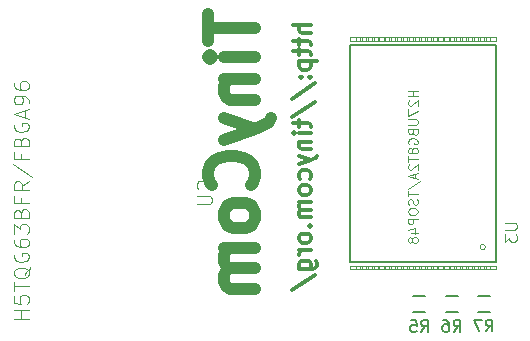
<source format=gbr>
G04 #@! TF.FileFunction,Legend,Bot*
%FSLAX46Y46*%
G04 Gerber Fmt 4.6, Leading zero omitted, Abs format (unit mm)*
G04 Created by KiCad (PCBNEW 4.0.0-rc1-stable) date Sun 22 Nov 2015 09:54:25 PM ICT*
%MOMM*%
G01*
G04 APERTURE LIST*
%ADD10C,0.100000*%
%ADD11C,0.300000*%
%ADD12C,1.000000*%
%ADD13C,0.066040*%
%ADD14C,0.203200*%
%ADD15C,0.002540*%
%ADD16C,0.150000*%
%ADD17C,0.088900*%
G04 APERTURE END LIST*
D10*
D11*
X108946071Y-130116856D02*
X107446071Y-130116856D01*
X108946071Y-130759713D02*
X108160357Y-130759713D01*
X108017500Y-130688284D01*
X107946071Y-130545427D01*
X107946071Y-130331142D01*
X108017500Y-130188284D01*
X108088929Y-130116856D01*
X107946071Y-131259713D02*
X107946071Y-131831142D01*
X107446071Y-131473999D02*
X108731786Y-131473999D01*
X108874643Y-131545427D01*
X108946071Y-131688285D01*
X108946071Y-131831142D01*
X107946071Y-132116856D02*
X107946071Y-132688285D01*
X107446071Y-132331142D02*
X108731786Y-132331142D01*
X108874643Y-132402570D01*
X108946071Y-132545428D01*
X108946071Y-132688285D01*
X107946071Y-133188285D02*
X109446071Y-133188285D01*
X108017500Y-133188285D02*
X107946071Y-133331142D01*
X107946071Y-133616856D01*
X108017500Y-133759713D01*
X108088929Y-133831142D01*
X108231786Y-133902571D01*
X108660357Y-133902571D01*
X108803214Y-133831142D01*
X108874643Y-133759713D01*
X108946071Y-133616856D01*
X108946071Y-133331142D01*
X108874643Y-133188285D01*
X108803214Y-134545428D02*
X108874643Y-134616856D01*
X108946071Y-134545428D01*
X108874643Y-134473999D01*
X108803214Y-134545428D01*
X108946071Y-134545428D01*
X108017500Y-134545428D02*
X108088929Y-134616856D01*
X108160357Y-134545428D01*
X108088929Y-134473999D01*
X108017500Y-134545428D01*
X108160357Y-134545428D01*
X107374643Y-136331142D02*
X109303214Y-135045428D01*
X107374643Y-137902571D02*
X109303214Y-136616857D01*
X107946071Y-138188286D02*
X107946071Y-138759715D01*
X107446071Y-138402572D02*
X108731786Y-138402572D01*
X108874643Y-138474000D01*
X108946071Y-138616858D01*
X108946071Y-138759715D01*
X108946071Y-139259715D02*
X107946071Y-139259715D01*
X107446071Y-139259715D02*
X107517500Y-139188286D01*
X107588929Y-139259715D01*
X107517500Y-139331143D01*
X107446071Y-139259715D01*
X107588929Y-139259715D01*
X107946071Y-139974001D02*
X108946071Y-139974001D01*
X108088929Y-139974001D02*
X108017500Y-140045429D01*
X107946071Y-140188287D01*
X107946071Y-140402572D01*
X108017500Y-140545429D01*
X108160357Y-140616858D01*
X108946071Y-140616858D01*
X107946071Y-141188287D02*
X108946071Y-141545430D01*
X107946071Y-141902572D02*
X108946071Y-141545430D01*
X109303214Y-141402572D01*
X109374643Y-141331144D01*
X109446071Y-141188287D01*
X108874643Y-143116858D02*
X108946071Y-142974001D01*
X108946071Y-142688287D01*
X108874643Y-142545429D01*
X108803214Y-142474001D01*
X108660357Y-142402572D01*
X108231786Y-142402572D01*
X108088929Y-142474001D01*
X108017500Y-142545429D01*
X107946071Y-142688287D01*
X107946071Y-142974001D01*
X108017500Y-143116858D01*
X108946071Y-143974001D02*
X108874643Y-143831143D01*
X108803214Y-143759715D01*
X108660357Y-143688286D01*
X108231786Y-143688286D01*
X108088929Y-143759715D01*
X108017500Y-143831143D01*
X107946071Y-143974001D01*
X107946071Y-144188286D01*
X108017500Y-144331143D01*
X108088929Y-144402572D01*
X108231786Y-144474001D01*
X108660357Y-144474001D01*
X108803214Y-144402572D01*
X108874643Y-144331143D01*
X108946071Y-144188286D01*
X108946071Y-143974001D01*
X108946071Y-145116858D02*
X107946071Y-145116858D01*
X108088929Y-145116858D02*
X108017500Y-145188286D01*
X107946071Y-145331144D01*
X107946071Y-145545429D01*
X108017500Y-145688286D01*
X108160357Y-145759715D01*
X108946071Y-145759715D01*
X108160357Y-145759715D02*
X108017500Y-145831144D01*
X107946071Y-145974001D01*
X107946071Y-146188286D01*
X108017500Y-146331144D01*
X108160357Y-146402572D01*
X108946071Y-146402572D01*
X108803214Y-147116858D02*
X108874643Y-147188286D01*
X108946071Y-147116858D01*
X108874643Y-147045429D01*
X108803214Y-147116858D01*
X108946071Y-147116858D01*
X108946071Y-148045430D02*
X108874643Y-147902572D01*
X108803214Y-147831144D01*
X108660357Y-147759715D01*
X108231786Y-147759715D01*
X108088929Y-147831144D01*
X108017500Y-147902572D01*
X107946071Y-148045430D01*
X107946071Y-148259715D01*
X108017500Y-148402572D01*
X108088929Y-148474001D01*
X108231786Y-148545430D01*
X108660357Y-148545430D01*
X108803214Y-148474001D01*
X108874643Y-148402572D01*
X108946071Y-148259715D01*
X108946071Y-148045430D01*
X108946071Y-149188287D02*
X107946071Y-149188287D01*
X108231786Y-149188287D02*
X108088929Y-149259715D01*
X108017500Y-149331144D01*
X107946071Y-149474001D01*
X107946071Y-149616858D01*
X107946071Y-150759715D02*
X109160357Y-150759715D01*
X109303214Y-150688286D01*
X109374643Y-150616858D01*
X109446071Y-150474001D01*
X109446071Y-150259715D01*
X109374643Y-150116858D01*
X108874643Y-150759715D02*
X108946071Y-150616858D01*
X108946071Y-150331144D01*
X108874643Y-150188286D01*
X108803214Y-150116858D01*
X108660357Y-150045429D01*
X108231786Y-150045429D01*
X108088929Y-150116858D01*
X108017500Y-150188286D01*
X107946071Y-150331144D01*
X107946071Y-150616858D01*
X108017500Y-150759715D01*
X107374643Y-152545429D02*
X109303214Y-151259715D01*
D12*
X100235024Y-129192238D02*
X100235024Y-131477953D01*
X104235024Y-130335096D02*
X100235024Y-130335096D01*
X104235024Y-132811286D02*
X101568357Y-132811286D01*
X100235024Y-132811286D02*
X100425500Y-132620810D01*
X100615976Y-132811286D01*
X100425500Y-133001762D01*
X100235024Y-132811286D01*
X100615976Y-132811286D01*
X101568357Y-134716048D02*
X104235024Y-134716048D01*
X101949310Y-134716048D02*
X101758833Y-134906524D01*
X101568357Y-135287477D01*
X101568357Y-135858905D01*
X101758833Y-136239857D01*
X102139786Y-136430334D01*
X104235024Y-136430334D01*
X101568357Y-137954144D02*
X104235024Y-138906525D01*
X101568357Y-139858905D02*
X104235024Y-138906525D01*
X105187405Y-138525572D01*
X105377881Y-138335096D01*
X105568357Y-137954144D01*
X103854071Y-143668429D02*
X104044548Y-143477953D01*
X104235024Y-142906524D01*
X104235024Y-142525572D01*
X104044548Y-141954144D01*
X103663595Y-141573191D01*
X103282643Y-141382715D01*
X102520738Y-141192239D01*
X101949310Y-141192239D01*
X101187405Y-141382715D01*
X100806452Y-141573191D01*
X100425500Y-141954144D01*
X100235024Y-142525572D01*
X100235024Y-142906524D01*
X100425500Y-143477953D01*
X100615976Y-143668429D01*
X104235024Y-145954144D02*
X104044548Y-145573191D01*
X103854071Y-145382715D01*
X103473119Y-145192239D01*
X102330262Y-145192239D01*
X101949310Y-145382715D01*
X101758833Y-145573191D01*
X101568357Y-145954144D01*
X101568357Y-146525572D01*
X101758833Y-146906524D01*
X101949310Y-147097001D01*
X102330262Y-147287477D01*
X103473119Y-147287477D01*
X103854071Y-147097001D01*
X104044548Y-146906524D01*
X104235024Y-146525572D01*
X104235024Y-145954144D01*
X104235024Y-149001763D02*
X101568357Y-149001763D01*
X101949310Y-149001763D02*
X101758833Y-149192239D01*
X101568357Y-149573192D01*
X101568357Y-150144620D01*
X101758833Y-150525572D01*
X102139786Y-150716049D01*
X104235024Y-150716049D01*
X102139786Y-150716049D02*
X101758833Y-150906525D01*
X101568357Y-151287477D01*
X101568357Y-151858906D01*
X101758833Y-152239858D01*
X102139786Y-152430334D01*
X104235024Y-152430334D01*
D13*
X124602740Y-150794720D02*
X123751840Y-150794720D01*
X123751840Y-150794720D02*
X123751840Y-150495000D01*
X124602740Y-150495000D02*
X123751840Y-150495000D01*
X124602740Y-150794720D02*
X124602740Y-150495000D01*
X124102360Y-150794720D02*
X123251460Y-150794720D01*
X123251460Y-150794720D02*
X123251460Y-150495000D01*
X124102360Y-150495000D02*
X123251460Y-150495000D01*
X124102360Y-150794720D02*
X124102360Y-150495000D01*
X123601980Y-150794720D02*
X122751080Y-150794720D01*
X122751080Y-150794720D02*
X122751080Y-150495000D01*
X123601980Y-150495000D02*
X122751080Y-150495000D01*
X123601980Y-150794720D02*
X123601980Y-150495000D01*
X123101600Y-150794720D02*
X122250700Y-150794720D01*
X122250700Y-150794720D02*
X122250700Y-150495000D01*
X123101600Y-150495000D02*
X122250700Y-150495000D01*
X123101600Y-150794720D02*
X123101600Y-150495000D01*
X122601220Y-150794720D02*
X121752860Y-150794720D01*
X121752860Y-150794720D02*
X121752860Y-150495000D01*
X122601220Y-150495000D02*
X121752860Y-150495000D01*
X122601220Y-150794720D02*
X122601220Y-150495000D01*
X122100840Y-150794720D02*
X121252480Y-150794720D01*
X121252480Y-150794720D02*
X121252480Y-150495000D01*
X122100840Y-150495000D02*
X121252480Y-150495000D01*
X122100840Y-150794720D02*
X122100840Y-150495000D01*
X121603000Y-150794720D02*
X120752100Y-150794720D01*
X120752100Y-150794720D02*
X120752100Y-150495000D01*
X121603000Y-150495000D02*
X120752100Y-150495000D01*
X121603000Y-150794720D02*
X121603000Y-150495000D01*
X121102620Y-150794720D02*
X120251720Y-150794720D01*
X120251720Y-150794720D02*
X120251720Y-150495000D01*
X121102620Y-150495000D02*
X120251720Y-150495000D01*
X121102620Y-150794720D02*
X121102620Y-150495000D01*
X120602240Y-150794720D02*
X119751340Y-150794720D01*
X119751340Y-150794720D02*
X119751340Y-150495000D01*
X120602240Y-150495000D02*
X119751340Y-150495000D01*
X120602240Y-150794720D02*
X120602240Y-150495000D01*
X120101860Y-150794720D02*
X119250960Y-150794720D01*
X119250960Y-150794720D02*
X119250960Y-150495000D01*
X120101860Y-150495000D02*
X119250960Y-150495000D01*
X120101860Y-150794720D02*
X120101860Y-150495000D01*
X119601480Y-150794720D02*
X118750580Y-150794720D01*
X118750580Y-150794720D02*
X118750580Y-150495000D01*
X119601480Y-150495000D02*
X118750580Y-150495000D01*
X119601480Y-150794720D02*
X119601480Y-150495000D01*
X119101100Y-150794720D02*
X118255280Y-150794720D01*
X118255280Y-150794720D02*
X118255280Y-150495000D01*
X119101100Y-150495000D02*
X118255280Y-150495000D01*
X119101100Y-150794720D02*
X119101100Y-150495000D01*
X118600720Y-150794720D02*
X117754900Y-150794720D01*
X117754900Y-150794720D02*
X117754900Y-150495000D01*
X118600720Y-150495000D02*
X117754900Y-150495000D01*
X118600720Y-150794720D02*
X118600720Y-150495000D01*
X118105420Y-150794720D02*
X117254520Y-150794720D01*
X117254520Y-150794720D02*
X117254520Y-150495000D01*
X118105420Y-150495000D02*
X117254520Y-150495000D01*
X118105420Y-150794720D02*
X118105420Y-150495000D01*
X117605040Y-150794720D02*
X116754140Y-150794720D01*
X116754140Y-150794720D02*
X116754140Y-150495000D01*
X117605040Y-150495000D02*
X116754140Y-150495000D01*
X117605040Y-150794720D02*
X117605040Y-150495000D01*
X117104660Y-150794720D02*
X116253760Y-150794720D01*
X116253760Y-150794720D02*
X116253760Y-150495000D01*
X117104660Y-150495000D02*
X116253760Y-150495000D01*
X117104660Y-150794720D02*
X117104660Y-150495000D01*
X116604280Y-150794720D02*
X115753380Y-150794720D01*
X115753380Y-150794720D02*
X115753380Y-150495000D01*
X116604280Y-150495000D02*
X115753380Y-150495000D01*
X116604280Y-150794720D02*
X116604280Y-150495000D01*
X116103900Y-150794720D02*
X115253000Y-150794720D01*
X115253000Y-150794720D02*
X115253000Y-150495000D01*
X116103900Y-150495000D02*
X115253000Y-150495000D01*
X116103900Y-150794720D02*
X116103900Y-150495000D01*
X115603520Y-150794720D02*
X114755160Y-150794720D01*
X114755160Y-150794720D02*
X114755160Y-150495000D01*
X115603520Y-150495000D02*
X114755160Y-150495000D01*
X115603520Y-150794720D02*
X115603520Y-150495000D01*
X115103140Y-150794720D02*
X114254780Y-150794720D01*
X114254780Y-150794720D02*
X114254780Y-150495000D01*
X115103140Y-150495000D02*
X114254780Y-150495000D01*
X115103140Y-150794720D02*
X115103140Y-150495000D01*
X114605300Y-150794720D02*
X113754400Y-150794720D01*
X113754400Y-150794720D02*
X113754400Y-150495000D01*
X114605300Y-150495000D02*
X113754400Y-150495000D01*
X114605300Y-150794720D02*
X114605300Y-150495000D01*
X114104920Y-150794720D02*
X113254020Y-150794720D01*
X113254020Y-150794720D02*
X113254020Y-150495000D01*
X114104920Y-150495000D02*
X113254020Y-150495000D01*
X114104920Y-150794720D02*
X114104920Y-150495000D01*
X113604540Y-150794720D02*
X112753640Y-150794720D01*
X112753640Y-150794720D02*
X112753640Y-150495000D01*
X113604540Y-150495000D02*
X112753640Y-150495000D01*
X113604540Y-150794720D02*
X113604540Y-150495000D01*
X113104160Y-150794720D02*
X112253260Y-150794720D01*
X112253260Y-150794720D02*
X112253260Y-150495000D01*
X113104160Y-150495000D02*
X112253260Y-150495000D01*
X113104160Y-150794720D02*
X113104160Y-150495000D01*
X113104160Y-131445000D02*
X112253260Y-131445000D01*
X112253260Y-131445000D02*
X112253260Y-131145280D01*
X113104160Y-131145280D02*
X112253260Y-131145280D01*
X113104160Y-131445000D02*
X113104160Y-131145280D01*
X113604540Y-131445000D02*
X112753640Y-131445000D01*
X112753640Y-131445000D02*
X112753640Y-131145280D01*
X113604540Y-131145280D02*
X112753640Y-131145280D01*
X113604540Y-131445000D02*
X113604540Y-131145280D01*
X114104920Y-131445000D02*
X113254020Y-131445000D01*
X113254020Y-131445000D02*
X113254020Y-131145280D01*
X114104920Y-131145280D02*
X113254020Y-131145280D01*
X114104920Y-131445000D02*
X114104920Y-131145280D01*
X114605300Y-131445000D02*
X113754400Y-131445000D01*
X113754400Y-131445000D02*
X113754400Y-131145280D01*
X114605300Y-131145280D02*
X113754400Y-131145280D01*
X114605300Y-131445000D02*
X114605300Y-131145280D01*
X115103140Y-131445000D02*
X114254780Y-131445000D01*
X114254780Y-131445000D02*
X114254780Y-131145280D01*
X115103140Y-131145280D02*
X114254780Y-131145280D01*
X115103140Y-131445000D02*
X115103140Y-131145280D01*
X115603520Y-131445000D02*
X114755160Y-131445000D01*
X114755160Y-131445000D02*
X114755160Y-131145280D01*
X115603520Y-131145280D02*
X114755160Y-131145280D01*
X115603520Y-131445000D02*
X115603520Y-131145280D01*
X116103900Y-131445000D02*
X115253000Y-131445000D01*
X115253000Y-131445000D02*
X115253000Y-131145280D01*
X116103900Y-131145280D02*
X115253000Y-131145280D01*
X116103900Y-131445000D02*
X116103900Y-131145280D01*
X116604280Y-131445000D02*
X115753380Y-131445000D01*
X115753380Y-131445000D02*
X115753380Y-131145280D01*
X116604280Y-131145280D02*
X115753380Y-131145280D01*
X116604280Y-131445000D02*
X116604280Y-131145280D01*
X117104660Y-131445000D02*
X116253760Y-131445000D01*
X116253760Y-131445000D02*
X116253760Y-131145280D01*
X117104660Y-131145280D02*
X116253760Y-131145280D01*
X117104660Y-131445000D02*
X117104660Y-131145280D01*
X117605040Y-131445000D02*
X116754140Y-131445000D01*
X116754140Y-131445000D02*
X116754140Y-131145280D01*
X117605040Y-131145280D02*
X116754140Y-131145280D01*
X117605040Y-131445000D02*
X117605040Y-131145280D01*
X118105420Y-131445000D02*
X117254520Y-131445000D01*
X117254520Y-131445000D02*
X117254520Y-131145280D01*
X118105420Y-131145280D02*
X117254520Y-131145280D01*
X118105420Y-131445000D02*
X118105420Y-131145280D01*
X118600720Y-131445000D02*
X117754900Y-131445000D01*
X117754900Y-131445000D02*
X117754900Y-131145280D01*
X118600720Y-131145280D02*
X117754900Y-131145280D01*
X118600720Y-131445000D02*
X118600720Y-131145280D01*
X119101100Y-131445000D02*
X118255280Y-131445000D01*
X118255280Y-131445000D02*
X118255280Y-131145280D01*
X119101100Y-131145280D02*
X118255280Y-131145280D01*
X119101100Y-131445000D02*
X119101100Y-131145280D01*
X119601480Y-131445000D02*
X118750580Y-131445000D01*
X118750580Y-131445000D02*
X118750580Y-131145280D01*
X119601480Y-131145280D02*
X118750580Y-131145280D01*
X119601480Y-131445000D02*
X119601480Y-131145280D01*
X120101860Y-131445000D02*
X119250960Y-131445000D01*
X119250960Y-131445000D02*
X119250960Y-131145280D01*
X120101860Y-131145280D02*
X119250960Y-131145280D01*
X120101860Y-131445000D02*
X120101860Y-131145280D01*
X120602240Y-131445000D02*
X119751340Y-131445000D01*
X119751340Y-131445000D02*
X119751340Y-131145280D01*
X120602240Y-131145280D02*
X119751340Y-131145280D01*
X120602240Y-131445000D02*
X120602240Y-131145280D01*
X121102620Y-131445000D02*
X120251720Y-131445000D01*
X120251720Y-131445000D02*
X120251720Y-131145280D01*
X121102620Y-131145280D02*
X120251720Y-131145280D01*
X121102620Y-131445000D02*
X121102620Y-131145280D01*
X121603000Y-131445000D02*
X120752100Y-131445000D01*
X120752100Y-131445000D02*
X120752100Y-131145280D01*
X121603000Y-131145280D02*
X120752100Y-131145280D01*
X121603000Y-131445000D02*
X121603000Y-131145280D01*
X122100840Y-131445000D02*
X121252480Y-131445000D01*
X121252480Y-131445000D02*
X121252480Y-131145280D01*
X122100840Y-131145280D02*
X121252480Y-131145280D01*
X122100840Y-131445000D02*
X122100840Y-131145280D01*
X122601220Y-131445000D02*
X121752860Y-131445000D01*
X121752860Y-131445000D02*
X121752860Y-131145280D01*
X122601220Y-131145280D02*
X121752860Y-131145280D01*
X122601220Y-131445000D02*
X122601220Y-131145280D01*
X123101600Y-131445000D02*
X122250700Y-131445000D01*
X122250700Y-131445000D02*
X122250700Y-131145280D01*
X123101600Y-131145280D02*
X122250700Y-131145280D01*
X123101600Y-131445000D02*
X123101600Y-131145280D01*
X123601980Y-131445000D02*
X122751080Y-131445000D01*
X122751080Y-131445000D02*
X122751080Y-131145280D01*
X123601980Y-131145280D02*
X122751080Y-131145280D01*
X123601980Y-131445000D02*
X123601980Y-131145280D01*
X124102360Y-131445000D02*
X123251460Y-131445000D01*
X123251460Y-131445000D02*
X123251460Y-131145280D01*
X124102360Y-131145280D02*
X123251460Y-131145280D01*
X124102360Y-131445000D02*
X124102360Y-131145280D01*
X124602740Y-131445000D02*
X123751840Y-131445000D01*
X123751840Y-131445000D02*
X123751840Y-131145280D01*
X124602740Y-131145280D02*
X123751840Y-131145280D01*
X124602740Y-131445000D02*
X124602740Y-131145280D01*
D14*
X112235480Y-131775200D02*
X112235480Y-150164800D01*
X112235480Y-150164800D02*
X124620520Y-150164800D01*
X124620520Y-150164800D02*
X124620520Y-131775200D01*
X124620520Y-131775200D02*
X112235480Y-131775200D01*
D15*
X123730710Y-148907500D02*
G75*
G03X123730710Y-148907500I-222710J0D01*
G01*
D16*
X118623000Y-153071000D02*
X117623000Y-153071000D01*
X117623000Y-154421000D02*
X118623000Y-154421000D01*
X121366000Y-153046000D02*
X120366000Y-153046000D01*
X120366000Y-154396000D02*
X121366000Y-154396000D01*
X124084000Y-153020000D02*
X123084000Y-153020000D01*
X123084000Y-154370000D02*
X124084000Y-154370000D01*
D17*
X125364619Y-146863405D02*
X126187095Y-146863405D01*
X126283857Y-146911786D01*
X126332238Y-146960167D01*
X126380619Y-147056929D01*
X126380619Y-147250452D01*
X126332238Y-147347214D01*
X126283857Y-147395595D01*
X126187095Y-147443976D01*
X125364619Y-147443976D01*
X125364619Y-147831024D02*
X125364619Y-148459976D01*
X125751667Y-148121310D01*
X125751667Y-148266452D01*
X125800048Y-148363214D01*
X125848429Y-148411595D01*
X125945190Y-148459976D01*
X126187095Y-148459976D01*
X126283857Y-148411595D01*
X126332238Y-148363214D01*
X126380619Y-148266452D01*
X126380619Y-147976167D01*
X126332238Y-147879405D01*
X126283857Y-147831024D01*
X117995595Y-135681963D02*
X117182795Y-135681963D01*
X117569843Y-135681963D02*
X117569843Y-136146420D01*
X117995595Y-136146420D02*
X117182795Y-136146420D01*
X117260205Y-136494763D02*
X117221500Y-136533468D01*
X117182795Y-136610877D01*
X117182795Y-136804401D01*
X117221500Y-136881811D01*
X117260205Y-136920515D01*
X117337614Y-136959220D01*
X117415024Y-136959220D01*
X117531138Y-136920515D01*
X117995595Y-136456058D01*
X117995595Y-136959220D01*
X117182795Y-137230153D02*
X117182795Y-137772020D01*
X117995595Y-137423677D01*
X117182795Y-138081658D02*
X117840776Y-138081658D01*
X117918186Y-138120363D01*
X117956890Y-138159067D01*
X117995595Y-138236477D01*
X117995595Y-138391296D01*
X117956890Y-138468705D01*
X117918186Y-138507410D01*
X117840776Y-138546115D01*
X117182795Y-138546115D01*
X117569843Y-139204096D02*
X117608548Y-139320210D01*
X117647252Y-139358915D01*
X117724662Y-139397620D01*
X117840776Y-139397620D01*
X117918186Y-139358915D01*
X117956890Y-139320210D01*
X117995595Y-139242801D01*
X117995595Y-138933163D01*
X117182795Y-138933163D01*
X117182795Y-139204096D01*
X117221500Y-139281506D01*
X117260205Y-139320210D01*
X117337614Y-139358915D01*
X117415024Y-139358915D01*
X117492433Y-139320210D01*
X117531138Y-139281506D01*
X117569843Y-139204096D01*
X117569843Y-138933163D01*
X117221500Y-140171715D02*
X117182795Y-140094306D01*
X117182795Y-139978191D01*
X117221500Y-139862077D01*
X117298910Y-139784668D01*
X117376319Y-139745963D01*
X117531138Y-139707258D01*
X117647252Y-139707258D01*
X117802071Y-139745963D01*
X117879481Y-139784668D01*
X117956890Y-139862077D01*
X117995595Y-139978191D01*
X117995595Y-140055601D01*
X117956890Y-140171715D01*
X117918186Y-140210420D01*
X117647252Y-140210420D01*
X117647252Y-140055601D01*
X117531138Y-140674877D02*
X117492433Y-140597468D01*
X117453729Y-140558763D01*
X117376319Y-140520058D01*
X117337614Y-140520058D01*
X117260205Y-140558763D01*
X117221500Y-140597468D01*
X117182795Y-140674877D01*
X117182795Y-140829696D01*
X117221500Y-140907106D01*
X117260205Y-140945810D01*
X117337614Y-140984515D01*
X117376319Y-140984515D01*
X117453729Y-140945810D01*
X117492433Y-140907106D01*
X117531138Y-140829696D01*
X117531138Y-140674877D01*
X117569843Y-140597468D01*
X117608548Y-140558763D01*
X117685957Y-140520058D01*
X117840776Y-140520058D01*
X117918186Y-140558763D01*
X117956890Y-140597468D01*
X117995595Y-140674877D01*
X117995595Y-140829696D01*
X117956890Y-140907106D01*
X117918186Y-140945810D01*
X117840776Y-140984515D01*
X117685957Y-140984515D01*
X117608548Y-140945810D01*
X117569843Y-140907106D01*
X117531138Y-140829696D01*
X117182795Y-141216744D02*
X117182795Y-141681201D01*
X117995595Y-141448972D02*
X117182795Y-141448972D01*
X117260205Y-141913429D02*
X117221500Y-141952134D01*
X117182795Y-142029543D01*
X117182795Y-142223067D01*
X117221500Y-142300477D01*
X117260205Y-142339181D01*
X117337614Y-142377886D01*
X117415024Y-142377886D01*
X117531138Y-142339181D01*
X117995595Y-141874724D01*
X117995595Y-142377886D01*
X117763367Y-142687524D02*
X117763367Y-143074572D01*
X117995595Y-142610115D02*
X117182795Y-142881048D01*
X117995595Y-143151981D01*
X117144090Y-144003486D02*
X118189119Y-143306801D01*
X117182795Y-144158306D02*
X117182795Y-144622763D01*
X117995595Y-144390534D02*
X117182795Y-144390534D01*
X117956890Y-144854991D02*
X117995595Y-144971105D01*
X117995595Y-145164629D01*
X117956890Y-145242039D01*
X117918186Y-145280743D01*
X117840776Y-145319448D01*
X117763367Y-145319448D01*
X117685957Y-145280743D01*
X117647252Y-145242039D01*
X117608548Y-145164629D01*
X117569843Y-145009810D01*
X117531138Y-144932401D01*
X117492433Y-144893696D01*
X117415024Y-144854991D01*
X117337614Y-144854991D01*
X117260205Y-144893696D01*
X117221500Y-144932401D01*
X117182795Y-145009810D01*
X117182795Y-145203334D01*
X117221500Y-145319448D01*
X117182795Y-145822610D02*
X117182795Y-145977429D01*
X117221500Y-146054838D01*
X117298910Y-146132248D01*
X117453729Y-146170953D01*
X117724662Y-146170953D01*
X117879481Y-146132248D01*
X117956890Y-146054838D01*
X117995595Y-145977429D01*
X117995595Y-145822610D01*
X117956890Y-145745200D01*
X117879481Y-145667791D01*
X117724662Y-145629086D01*
X117453729Y-145629086D01*
X117298910Y-145667791D01*
X117221500Y-145745200D01*
X117182795Y-145822610D01*
X117995595Y-146519296D02*
X117182795Y-146519296D01*
X117182795Y-146828934D01*
X117221500Y-146906343D01*
X117260205Y-146945048D01*
X117337614Y-146983753D01*
X117453729Y-146983753D01*
X117531138Y-146945048D01*
X117569843Y-146906343D01*
X117608548Y-146828934D01*
X117608548Y-146519296D01*
X117453729Y-147680439D02*
X117995595Y-147680439D01*
X117144090Y-147486915D02*
X117724662Y-147293391D01*
X117724662Y-147796553D01*
X117531138Y-148222305D02*
X117492433Y-148144896D01*
X117453729Y-148106191D01*
X117376319Y-148067486D01*
X117337614Y-148067486D01*
X117260205Y-148106191D01*
X117221500Y-148144896D01*
X117182795Y-148222305D01*
X117182795Y-148377124D01*
X117221500Y-148454534D01*
X117260205Y-148493238D01*
X117337614Y-148531943D01*
X117376319Y-148531943D01*
X117453729Y-148493238D01*
X117492433Y-148454534D01*
X117531138Y-148377124D01*
X117531138Y-148222305D01*
X117569843Y-148144896D01*
X117608548Y-148106191D01*
X117685957Y-148067486D01*
X117840776Y-148067486D01*
X117918186Y-148106191D01*
X117956890Y-148144896D01*
X117995595Y-148222305D01*
X117995595Y-148377124D01*
X117956890Y-148454534D01*
X117918186Y-148493238D01*
X117840776Y-148531943D01*
X117685957Y-148531943D01*
X117608548Y-148493238D01*
X117569843Y-148454534D01*
X117531138Y-148377124D01*
D16*
X118289666Y-156098381D02*
X118623000Y-155622190D01*
X118861095Y-156098381D02*
X118861095Y-155098381D01*
X118480142Y-155098381D01*
X118384904Y-155146000D01*
X118337285Y-155193619D01*
X118289666Y-155288857D01*
X118289666Y-155431714D01*
X118337285Y-155526952D01*
X118384904Y-155574571D01*
X118480142Y-155622190D01*
X118861095Y-155622190D01*
X117384904Y-155098381D02*
X117861095Y-155098381D01*
X117908714Y-155574571D01*
X117861095Y-155526952D01*
X117765857Y-155479333D01*
X117527761Y-155479333D01*
X117432523Y-155526952D01*
X117384904Y-155574571D01*
X117337285Y-155669810D01*
X117337285Y-155907905D01*
X117384904Y-156003143D01*
X117432523Y-156050762D01*
X117527761Y-156098381D01*
X117765857Y-156098381D01*
X117861095Y-156050762D01*
X117908714Y-156003143D01*
X121032666Y-156073381D02*
X121366000Y-155597190D01*
X121604095Y-156073381D02*
X121604095Y-155073381D01*
X121223142Y-155073381D01*
X121127904Y-155121000D01*
X121080285Y-155168619D01*
X121032666Y-155263857D01*
X121032666Y-155406714D01*
X121080285Y-155501952D01*
X121127904Y-155549571D01*
X121223142Y-155597190D01*
X121604095Y-155597190D01*
X120175523Y-155073381D02*
X120366000Y-155073381D01*
X120461238Y-155121000D01*
X120508857Y-155168619D01*
X120604095Y-155311476D01*
X120651714Y-155501952D01*
X120651714Y-155882905D01*
X120604095Y-155978143D01*
X120556476Y-156025762D01*
X120461238Y-156073381D01*
X120270761Y-156073381D01*
X120175523Y-156025762D01*
X120127904Y-155978143D01*
X120080285Y-155882905D01*
X120080285Y-155644810D01*
X120127904Y-155549571D01*
X120175523Y-155501952D01*
X120270761Y-155454333D01*
X120461238Y-155454333D01*
X120556476Y-155501952D01*
X120604095Y-155549571D01*
X120651714Y-155644810D01*
X123750666Y-156047381D02*
X124084000Y-155571190D01*
X124322095Y-156047381D02*
X124322095Y-155047381D01*
X123941142Y-155047381D01*
X123845904Y-155095000D01*
X123798285Y-155142619D01*
X123750666Y-155237857D01*
X123750666Y-155380714D01*
X123798285Y-155475952D01*
X123845904Y-155523571D01*
X123941142Y-155571190D01*
X124322095Y-155571190D01*
X123417333Y-155047381D02*
X122750666Y-155047381D01*
X123179238Y-156047381D01*
D17*
X99299244Y-145285619D02*
X100327339Y-145285619D01*
X100448291Y-145225143D01*
X100508768Y-145164667D01*
X100569244Y-145043714D01*
X100569244Y-144801810D01*
X100508768Y-144680857D01*
X100448291Y-144620381D01*
X100327339Y-144559905D01*
X99299244Y-144559905D01*
X99420196Y-144015619D02*
X99359720Y-143955143D01*
X99299244Y-143834191D01*
X99299244Y-143531810D01*
X99359720Y-143410857D01*
X99420196Y-143350381D01*
X99541149Y-143289905D01*
X99662101Y-143289905D01*
X99843530Y-143350381D01*
X100569244Y-144076095D01*
X100569244Y-143289905D01*
X85072704Y-154961809D02*
X83802704Y-154961809D01*
X84407466Y-154961809D02*
X84407466Y-154236095D01*
X85072704Y-154236095D02*
X83802704Y-154236095D01*
X83802704Y-153026571D02*
X83802704Y-153631333D01*
X84407466Y-153691809D01*
X84346990Y-153631333D01*
X84286513Y-153510381D01*
X84286513Y-153208000D01*
X84346990Y-153087047D01*
X84407466Y-153026571D01*
X84528418Y-152966095D01*
X84830799Y-152966095D01*
X84951751Y-153026571D01*
X85012228Y-153087047D01*
X85072704Y-153208000D01*
X85072704Y-153510381D01*
X85012228Y-153631333D01*
X84951751Y-153691809D01*
X83802704Y-152603238D02*
X83802704Y-151877523D01*
X85072704Y-152240380D02*
X83802704Y-152240380D01*
X85193656Y-150607523D02*
X85133180Y-150728476D01*
X85012228Y-150849428D01*
X84830799Y-151030857D01*
X84770323Y-151151809D01*
X84770323Y-151272761D01*
X85072704Y-151212285D02*
X85012228Y-151333238D01*
X84891275Y-151454190D01*
X84649370Y-151514666D01*
X84226037Y-151514666D01*
X83984132Y-151454190D01*
X83863180Y-151333238D01*
X83802704Y-151212285D01*
X83802704Y-150970381D01*
X83863180Y-150849428D01*
X83984132Y-150728476D01*
X84226037Y-150668000D01*
X84649370Y-150668000D01*
X84891275Y-150728476D01*
X85012228Y-150849428D01*
X85072704Y-150970381D01*
X85072704Y-151212285D01*
X83863180Y-149458476D02*
X83802704Y-149579428D01*
X83802704Y-149760857D01*
X83863180Y-149942285D01*
X83984132Y-150063238D01*
X84105085Y-150123714D01*
X84346990Y-150184190D01*
X84528418Y-150184190D01*
X84770323Y-150123714D01*
X84891275Y-150063238D01*
X85012228Y-149942285D01*
X85072704Y-149760857D01*
X85072704Y-149639905D01*
X85012228Y-149458476D01*
X84951751Y-149398000D01*
X84528418Y-149398000D01*
X84528418Y-149639905D01*
X83802704Y-148309428D02*
X83802704Y-148551333D01*
X83863180Y-148672285D01*
X83923656Y-148732762D01*
X84105085Y-148853714D01*
X84346990Y-148914190D01*
X84830799Y-148914190D01*
X84951751Y-148853714D01*
X85012228Y-148793238D01*
X85072704Y-148672285D01*
X85072704Y-148430381D01*
X85012228Y-148309428D01*
X84951751Y-148248952D01*
X84830799Y-148188476D01*
X84528418Y-148188476D01*
X84407466Y-148248952D01*
X84346990Y-148309428D01*
X84286513Y-148430381D01*
X84286513Y-148672285D01*
X84346990Y-148793238D01*
X84407466Y-148853714D01*
X84528418Y-148914190D01*
X83802704Y-147765142D02*
X83802704Y-146978952D01*
X84286513Y-147402285D01*
X84286513Y-147220857D01*
X84346990Y-147099904D01*
X84407466Y-147039428D01*
X84528418Y-146978952D01*
X84830799Y-146978952D01*
X84951751Y-147039428D01*
X85012228Y-147099904D01*
X85072704Y-147220857D01*
X85072704Y-147583714D01*
X85012228Y-147704666D01*
X84951751Y-147765142D01*
X84407466Y-146011333D02*
X84467942Y-145829904D01*
X84528418Y-145769428D01*
X84649370Y-145708952D01*
X84830799Y-145708952D01*
X84951751Y-145769428D01*
X85012228Y-145829904D01*
X85072704Y-145950857D01*
X85072704Y-146434666D01*
X83802704Y-146434666D01*
X83802704Y-146011333D01*
X83863180Y-145890380D01*
X83923656Y-145829904D01*
X84044609Y-145769428D01*
X84165561Y-145769428D01*
X84286513Y-145829904D01*
X84346990Y-145890380D01*
X84407466Y-146011333D01*
X84407466Y-146434666D01*
X84407466Y-144741333D02*
X84407466Y-145164666D01*
X85072704Y-145164666D02*
X83802704Y-145164666D01*
X83802704Y-144559904D01*
X85072704Y-143350381D02*
X84467942Y-143773714D01*
X85072704Y-144076095D02*
X83802704Y-144076095D01*
X83802704Y-143592286D01*
X83863180Y-143471333D01*
X83923656Y-143410857D01*
X84044609Y-143350381D01*
X84226037Y-143350381D01*
X84346990Y-143410857D01*
X84407466Y-143471333D01*
X84467942Y-143592286D01*
X84467942Y-144076095D01*
X83742228Y-141898952D02*
X85375085Y-142987524D01*
X84407466Y-141052286D02*
X84407466Y-141475619D01*
X85072704Y-141475619D02*
X83802704Y-141475619D01*
X83802704Y-140870857D01*
X84407466Y-139963715D02*
X84467942Y-139782286D01*
X84528418Y-139721810D01*
X84649370Y-139661334D01*
X84830799Y-139661334D01*
X84951751Y-139721810D01*
X85012228Y-139782286D01*
X85072704Y-139903239D01*
X85072704Y-140387048D01*
X83802704Y-140387048D01*
X83802704Y-139963715D01*
X83863180Y-139842762D01*
X83923656Y-139782286D01*
X84044609Y-139721810D01*
X84165561Y-139721810D01*
X84286513Y-139782286D01*
X84346990Y-139842762D01*
X84407466Y-139963715D01*
X84407466Y-140387048D01*
X83863180Y-138451810D02*
X83802704Y-138572762D01*
X83802704Y-138754191D01*
X83863180Y-138935619D01*
X83984132Y-139056572D01*
X84105085Y-139117048D01*
X84346990Y-139177524D01*
X84528418Y-139177524D01*
X84770323Y-139117048D01*
X84891275Y-139056572D01*
X85012228Y-138935619D01*
X85072704Y-138754191D01*
X85072704Y-138633239D01*
X85012228Y-138451810D01*
X84951751Y-138391334D01*
X84528418Y-138391334D01*
X84528418Y-138633239D01*
X84709847Y-137907524D02*
X84709847Y-137302762D01*
X85072704Y-138028477D02*
X83802704Y-137605143D01*
X85072704Y-137181810D01*
X85072704Y-136698001D02*
X85072704Y-136456096D01*
X85012228Y-136335144D01*
X84951751Y-136274668D01*
X84770323Y-136153715D01*
X84528418Y-136093239D01*
X84044609Y-136093239D01*
X83923656Y-136153715D01*
X83863180Y-136214191D01*
X83802704Y-136335144D01*
X83802704Y-136577048D01*
X83863180Y-136698001D01*
X83923656Y-136758477D01*
X84044609Y-136818953D01*
X84346990Y-136818953D01*
X84467942Y-136758477D01*
X84528418Y-136698001D01*
X84588894Y-136577048D01*
X84588894Y-136335144D01*
X84528418Y-136214191D01*
X84467942Y-136153715D01*
X84346990Y-136093239D01*
X83802704Y-135004667D02*
X83802704Y-135246572D01*
X83863180Y-135367524D01*
X83923656Y-135428001D01*
X84105085Y-135548953D01*
X84346990Y-135609429D01*
X84830799Y-135609429D01*
X84951751Y-135548953D01*
X85012228Y-135488477D01*
X85072704Y-135367524D01*
X85072704Y-135125620D01*
X85012228Y-135004667D01*
X84951751Y-134944191D01*
X84830799Y-134883715D01*
X84528418Y-134883715D01*
X84407466Y-134944191D01*
X84346990Y-135004667D01*
X84286513Y-135125620D01*
X84286513Y-135367524D01*
X84346990Y-135488477D01*
X84407466Y-135548953D01*
X84528418Y-135609429D01*
M02*

</source>
